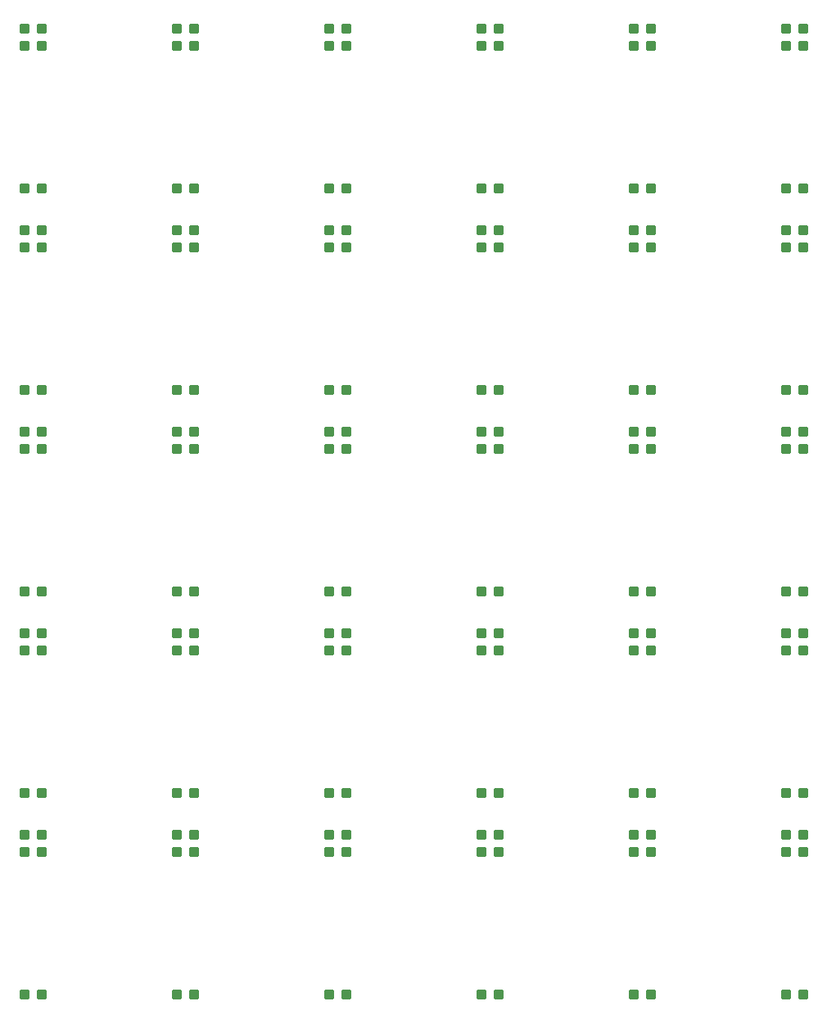
<source format=gbp>
G04 EAGLE Gerber RS-274X export*
G75*
%MOMM*%
%FSLAX34Y34*%
%LPD*%
%INSolderpaste Bottom*%
%IPPOS*%
%AMOC8*
5,1,8,0,0,1.08239X$1,22.5*%
G01*
%ADD10C,0.300000*%


D10*
X63930Y9200D02*
X63930Y16200D01*
X70930Y16200D01*
X70930Y9200D01*
X63930Y9200D01*
X63930Y12050D02*
X70930Y12050D01*
X70930Y14900D02*
X63930Y14900D01*
X81470Y16200D02*
X81470Y9200D01*
X81470Y16200D02*
X88470Y16200D01*
X88470Y9200D01*
X81470Y9200D01*
X81470Y12050D02*
X88470Y12050D01*
X88470Y14900D02*
X81470Y14900D01*
X63930Y174300D02*
X63930Y181300D01*
X70930Y181300D01*
X70930Y174300D01*
X63930Y174300D01*
X63930Y177150D02*
X70930Y177150D01*
X70930Y180000D02*
X63930Y180000D01*
X81470Y181300D02*
X81470Y174300D01*
X81470Y181300D02*
X88470Y181300D01*
X88470Y174300D01*
X81470Y174300D01*
X81470Y177150D02*
X88470Y177150D01*
X88470Y180000D02*
X81470Y180000D01*
X63930Y163520D02*
X63930Y156520D01*
X63930Y163520D02*
X70930Y163520D01*
X70930Y156520D01*
X63930Y156520D01*
X63930Y159370D02*
X70930Y159370D01*
X70930Y162220D02*
X63930Y162220D01*
X81470Y163520D02*
X81470Y156520D01*
X81470Y163520D02*
X88470Y163520D01*
X88470Y156520D01*
X81470Y156520D01*
X81470Y159370D02*
X88470Y159370D01*
X88470Y162220D02*
X81470Y162220D01*
X221410Y16200D02*
X221410Y9200D01*
X221410Y16200D02*
X228410Y16200D01*
X228410Y9200D01*
X221410Y9200D01*
X221410Y12050D02*
X228410Y12050D01*
X228410Y14900D02*
X221410Y14900D01*
X238950Y16200D02*
X238950Y9200D01*
X238950Y16200D02*
X245950Y16200D01*
X245950Y9200D01*
X238950Y9200D01*
X238950Y12050D02*
X245950Y12050D01*
X245950Y14900D02*
X238950Y14900D01*
X221410Y174300D02*
X221410Y181300D01*
X228410Y181300D01*
X228410Y174300D01*
X221410Y174300D01*
X221410Y177150D02*
X228410Y177150D01*
X228410Y180000D02*
X221410Y180000D01*
X238950Y181300D02*
X238950Y174300D01*
X238950Y181300D02*
X245950Y181300D01*
X245950Y174300D01*
X238950Y174300D01*
X238950Y177150D02*
X245950Y177150D01*
X245950Y180000D02*
X238950Y180000D01*
X221410Y163520D02*
X221410Y156520D01*
X221410Y163520D02*
X228410Y163520D01*
X228410Y156520D01*
X221410Y156520D01*
X221410Y159370D02*
X228410Y159370D01*
X228410Y162220D02*
X221410Y162220D01*
X238950Y163520D02*
X238950Y156520D01*
X238950Y163520D02*
X245950Y163520D01*
X245950Y156520D01*
X238950Y156520D01*
X238950Y159370D02*
X245950Y159370D01*
X245950Y162220D02*
X238950Y162220D01*
X378890Y16200D02*
X378890Y9200D01*
X378890Y16200D02*
X385890Y16200D01*
X385890Y9200D01*
X378890Y9200D01*
X378890Y12050D02*
X385890Y12050D01*
X385890Y14900D02*
X378890Y14900D01*
X396430Y16200D02*
X396430Y9200D01*
X396430Y16200D02*
X403430Y16200D01*
X403430Y9200D01*
X396430Y9200D01*
X396430Y12050D02*
X403430Y12050D01*
X403430Y14900D02*
X396430Y14900D01*
X378890Y174300D02*
X378890Y181300D01*
X385890Y181300D01*
X385890Y174300D01*
X378890Y174300D01*
X378890Y177150D02*
X385890Y177150D01*
X385890Y180000D02*
X378890Y180000D01*
X396430Y181300D02*
X396430Y174300D01*
X396430Y181300D02*
X403430Y181300D01*
X403430Y174300D01*
X396430Y174300D01*
X396430Y177150D02*
X403430Y177150D01*
X403430Y180000D02*
X396430Y180000D01*
X378890Y163520D02*
X378890Y156520D01*
X378890Y163520D02*
X385890Y163520D01*
X385890Y156520D01*
X378890Y156520D01*
X378890Y159370D02*
X385890Y159370D01*
X385890Y162220D02*
X378890Y162220D01*
X396430Y163520D02*
X396430Y156520D01*
X396430Y163520D02*
X403430Y163520D01*
X403430Y156520D01*
X396430Y156520D01*
X396430Y159370D02*
X403430Y159370D01*
X403430Y162220D02*
X396430Y162220D01*
X536370Y16200D02*
X536370Y9200D01*
X536370Y16200D02*
X543370Y16200D01*
X543370Y9200D01*
X536370Y9200D01*
X536370Y12050D02*
X543370Y12050D01*
X543370Y14900D02*
X536370Y14900D01*
X553910Y16200D02*
X553910Y9200D01*
X553910Y16200D02*
X560910Y16200D01*
X560910Y9200D01*
X553910Y9200D01*
X553910Y12050D02*
X560910Y12050D01*
X560910Y14900D02*
X553910Y14900D01*
X536370Y174300D02*
X536370Y181300D01*
X543370Y181300D01*
X543370Y174300D01*
X536370Y174300D01*
X536370Y177150D02*
X543370Y177150D01*
X543370Y180000D02*
X536370Y180000D01*
X553910Y181300D02*
X553910Y174300D01*
X553910Y181300D02*
X560910Y181300D01*
X560910Y174300D01*
X553910Y174300D01*
X553910Y177150D02*
X560910Y177150D01*
X560910Y180000D02*
X553910Y180000D01*
X536370Y163520D02*
X536370Y156520D01*
X536370Y163520D02*
X543370Y163520D01*
X543370Y156520D01*
X536370Y156520D01*
X536370Y159370D02*
X543370Y159370D01*
X543370Y162220D02*
X536370Y162220D01*
X553910Y163520D02*
X553910Y156520D01*
X553910Y163520D02*
X560910Y163520D01*
X560910Y156520D01*
X553910Y156520D01*
X553910Y159370D02*
X560910Y159370D01*
X560910Y162220D02*
X553910Y162220D01*
X693850Y16200D02*
X693850Y9200D01*
X693850Y16200D02*
X700850Y16200D01*
X700850Y9200D01*
X693850Y9200D01*
X693850Y12050D02*
X700850Y12050D01*
X700850Y14900D02*
X693850Y14900D01*
X711390Y16200D02*
X711390Y9200D01*
X711390Y16200D02*
X718390Y16200D01*
X718390Y9200D01*
X711390Y9200D01*
X711390Y12050D02*
X718390Y12050D01*
X718390Y14900D02*
X711390Y14900D01*
X693850Y174300D02*
X693850Y181300D01*
X700850Y181300D01*
X700850Y174300D01*
X693850Y174300D01*
X693850Y177150D02*
X700850Y177150D01*
X700850Y180000D02*
X693850Y180000D01*
X711390Y181300D02*
X711390Y174300D01*
X711390Y181300D02*
X718390Y181300D01*
X718390Y174300D01*
X711390Y174300D01*
X711390Y177150D02*
X718390Y177150D01*
X718390Y180000D02*
X711390Y180000D01*
X693850Y163520D02*
X693850Y156520D01*
X693850Y163520D02*
X700850Y163520D01*
X700850Y156520D01*
X693850Y156520D01*
X693850Y159370D02*
X700850Y159370D01*
X700850Y162220D02*
X693850Y162220D01*
X711390Y163520D02*
X711390Y156520D01*
X711390Y163520D02*
X718390Y163520D01*
X718390Y156520D01*
X711390Y156520D01*
X711390Y159370D02*
X718390Y159370D01*
X718390Y162220D02*
X711390Y162220D01*
X851330Y16200D02*
X851330Y9200D01*
X851330Y16200D02*
X858330Y16200D01*
X858330Y9200D01*
X851330Y9200D01*
X851330Y12050D02*
X858330Y12050D01*
X858330Y14900D02*
X851330Y14900D01*
X868870Y16200D02*
X868870Y9200D01*
X868870Y16200D02*
X875870Y16200D01*
X875870Y9200D01*
X868870Y9200D01*
X868870Y12050D02*
X875870Y12050D01*
X875870Y14900D02*
X868870Y14900D01*
X851330Y174300D02*
X851330Y181300D01*
X858330Y181300D01*
X858330Y174300D01*
X851330Y174300D01*
X851330Y177150D02*
X858330Y177150D01*
X858330Y180000D02*
X851330Y180000D01*
X868870Y181300D02*
X868870Y174300D01*
X868870Y181300D02*
X875870Y181300D01*
X875870Y174300D01*
X868870Y174300D01*
X868870Y177150D02*
X875870Y177150D01*
X875870Y180000D02*
X868870Y180000D01*
X851330Y163520D02*
X851330Y156520D01*
X851330Y163520D02*
X858330Y163520D01*
X858330Y156520D01*
X851330Y156520D01*
X851330Y159370D02*
X858330Y159370D01*
X858330Y162220D02*
X851330Y162220D01*
X868870Y163520D02*
X868870Y156520D01*
X868870Y163520D02*
X875870Y163520D01*
X875870Y156520D01*
X868870Y156520D01*
X868870Y159370D02*
X875870Y159370D01*
X875870Y162220D02*
X868870Y162220D01*
X63930Y217480D02*
X63930Y224480D01*
X70930Y224480D01*
X70930Y217480D01*
X63930Y217480D01*
X63930Y220330D02*
X70930Y220330D01*
X70930Y223180D02*
X63930Y223180D01*
X81470Y224480D02*
X81470Y217480D01*
X81470Y224480D02*
X88470Y224480D01*
X88470Y217480D01*
X81470Y217480D01*
X81470Y220330D02*
X88470Y220330D01*
X88470Y223180D02*
X81470Y223180D01*
X63930Y382580D02*
X63930Y389580D01*
X70930Y389580D01*
X70930Y382580D01*
X63930Y382580D01*
X63930Y385430D02*
X70930Y385430D01*
X70930Y388280D02*
X63930Y388280D01*
X81470Y389580D02*
X81470Y382580D01*
X81470Y389580D02*
X88470Y389580D01*
X88470Y382580D01*
X81470Y382580D01*
X81470Y385430D02*
X88470Y385430D01*
X88470Y388280D02*
X81470Y388280D01*
X63930Y371800D02*
X63930Y364800D01*
X63930Y371800D02*
X70930Y371800D01*
X70930Y364800D01*
X63930Y364800D01*
X63930Y367650D02*
X70930Y367650D01*
X70930Y370500D02*
X63930Y370500D01*
X81470Y371800D02*
X81470Y364800D01*
X81470Y371800D02*
X88470Y371800D01*
X88470Y364800D01*
X81470Y364800D01*
X81470Y367650D02*
X88470Y367650D01*
X88470Y370500D02*
X81470Y370500D01*
X221410Y224480D02*
X221410Y217480D01*
X221410Y224480D02*
X228410Y224480D01*
X228410Y217480D01*
X221410Y217480D01*
X221410Y220330D02*
X228410Y220330D01*
X228410Y223180D02*
X221410Y223180D01*
X238950Y224480D02*
X238950Y217480D01*
X238950Y224480D02*
X245950Y224480D01*
X245950Y217480D01*
X238950Y217480D01*
X238950Y220330D02*
X245950Y220330D01*
X245950Y223180D02*
X238950Y223180D01*
X221410Y382580D02*
X221410Y389580D01*
X228410Y389580D01*
X228410Y382580D01*
X221410Y382580D01*
X221410Y385430D02*
X228410Y385430D01*
X228410Y388280D02*
X221410Y388280D01*
X238950Y389580D02*
X238950Y382580D01*
X238950Y389580D02*
X245950Y389580D01*
X245950Y382580D01*
X238950Y382580D01*
X238950Y385430D02*
X245950Y385430D01*
X245950Y388280D02*
X238950Y388280D01*
X221410Y371800D02*
X221410Y364800D01*
X221410Y371800D02*
X228410Y371800D01*
X228410Y364800D01*
X221410Y364800D01*
X221410Y367650D02*
X228410Y367650D01*
X228410Y370500D02*
X221410Y370500D01*
X238950Y371800D02*
X238950Y364800D01*
X238950Y371800D02*
X245950Y371800D01*
X245950Y364800D01*
X238950Y364800D01*
X238950Y367650D02*
X245950Y367650D01*
X245950Y370500D02*
X238950Y370500D01*
X378890Y224480D02*
X378890Y217480D01*
X378890Y224480D02*
X385890Y224480D01*
X385890Y217480D01*
X378890Y217480D01*
X378890Y220330D02*
X385890Y220330D01*
X385890Y223180D02*
X378890Y223180D01*
X396430Y224480D02*
X396430Y217480D01*
X396430Y224480D02*
X403430Y224480D01*
X403430Y217480D01*
X396430Y217480D01*
X396430Y220330D02*
X403430Y220330D01*
X403430Y223180D02*
X396430Y223180D01*
X378890Y382580D02*
X378890Y389580D01*
X385890Y389580D01*
X385890Y382580D01*
X378890Y382580D01*
X378890Y385430D02*
X385890Y385430D01*
X385890Y388280D02*
X378890Y388280D01*
X396430Y389580D02*
X396430Y382580D01*
X396430Y389580D02*
X403430Y389580D01*
X403430Y382580D01*
X396430Y382580D01*
X396430Y385430D02*
X403430Y385430D01*
X403430Y388280D02*
X396430Y388280D01*
X378890Y371800D02*
X378890Y364800D01*
X378890Y371800D02*
X385890Y371800D01*
X385890Y364800D01*
X378890Y364800D01*
X378890Y367650D02*
X385890Y367650D01*
X385890Y370500D02*
X378890Y370500D01*
X396430Y371800D02*
X396430Y364800D01*
X396430Y371800D02*
X403430Y371800D01*
X403430Y364800D01*
X396430Y364800D01*
X396430Y367650D02*
X403430Y367650D01*
X403430Y370500D02*
X396430Y370500D01*
X536370Y224480D02*
X536370Y217480D01*
X536370Y224480D02*
X543370Y224480D01*
X543370Y217480D01*
X536370Y217480D01*
X536370Y220330D02*
X543370Y220330D01*
X543370Y223180D02*
X536370Y223180D01*
X553910Y224480D02*
X553910Y217480D01*
X553910Y224480D02*
X560910Y224480D01*
X560910Y217480D01*
X553910Y217480D01*
X553910Y220330D02*
X560910Y220330D01*
X560910Y223180D02*
X553910Y223180D01*
X536370Y382580D02*
X536370Y389580D01*
X543370Y389580D01*
X543370Y382580D01*
X536370Y382580D01*
X536370Y385430D02*
X543370Y385430D01*
X543370Y388280D02*
X536370Y388280D01*
X553910Y389580D02*
X553910Y382580D01*
X553910Y389580D02*
X560910Y389580D01*
X560910Y382580D01*
X553910Y382580D01*
X553910Y385430D02*
X560910Y385430D01*
X560910Y388280D02*
X553910Y388280D01*
X536370Y371800D02*
X536370Y364800D01*
X536370Y371800D02*
X543370Y371800D01*
X543370Y364800D01*
X536370Y364800D01*
X536370Y367650D02*
X543370Y367650D01*
X543370Y370500D02*
X536370Y370500D01*
X553910Y371800D02*
X553910Y364800D01*
X553910Y371800D02*
X560910Y371800D01*
X560910Y364800D01*
X553910Y364800D01*
X553910Y367650D02*
X560910Y367650D01*
X560910Y370500D02*
X553910Y370500D01*
X693850Y224480D02*
X693850Y217480D01*
X693850Y224480D02*
X700850Y224480D01*
X700850Y217480D01*
X693850Y217480D01*
X693850Y220330D02*
X700850Y220330D01*
X700850Y223180D02*
X693850Y223180D01*
X711390Y224480D02*
X711390Y217480D01*
X711390Y224480D02*
X718390Y224480D01*
X718390Y217480D01*
X711390Y217480D01*
X711390Y220330D02*
X718390Y220330D01*
X718390Y223180D02*
X711390Y223180D01*
X693850Y382580D02*
X693850Y389580D01*
X700850Y389580D01*
X700850Y382580D01*
X693850Y382580D01*
X693850Y385430D02*
X700850Y385430D01*
X700850Y388280D02*
X693850Y388280D01*
X711390Y389580D02*
X711390Y382580D01*
X711390Y389580D02*
X718390Y389580D01*
X718390Y382580D01*
X711390Y382580D01*
X711390Y385430D02*
X718390Y385430D01*
X718390Y388280D02*
X711390Y388280D01*
X693850Y371800D02*
X693850Y364800D01*
X693850Y371800D02*
X700850Y371800D01*
X700850Y364800D01*
X693850Y364800D01*
X693850Y367650D02*
X700850Y367650D01*
X700850Y370500D02*
X693850Y370500D01*
X711390Y371800D02*
X711390Y364800D01*
X711390Y371800D02*
X718390Y371800D01*
X718390Y364800D01*
X711390Y364800D01*
X711390Y367650D02*
X718390Y367650D01*
X718390Y370500D02*
X711390Y370500D01*
X851330Y224480D02*
X851330Y217480D01*
X851330Y224480D02*
X858330Y224480D01*
X858330Y217480D01*
X851330Y217480D01*
X851330Y220330D02*
X858330Y220330D01*
X858330Y223180D02*
X851330Y223180D01*
X868870Y224480D02*
X868870Y217480D01*
X868870Y224480D02*
X875870Y224480D01*
X875870Y217480D01*
X868870Y217480D01*
X868870Y220330D02*
X875870Y220330D01*
X875870Y223180D02*
X868870Y223180D01*
X851330Y382580D02*
X851330Y389580D01*
X858330Y389580D01*
X858330Y382580D01*
X851330Y382580D01*
X851330Y385430D02*
X858330Y385430D01*
X858330Y388280D02*
X851330Y388280D01*
X868870Y389580D02*
X868870Y382580D01*
X868870Y389580D02*
X875870Y389580D01*
X875870Y382580D01*
X868870Y382580D01*
X868870Y385430D02*
X875870Y385430D01*
X875870Y388280D02*
X868870Y388280D01*
X851330Y371800D02*
X851330Y364800D01*
X851330Y371800D02*
X858330Y371800D01*
X858330Y364800D01*
X851330Y364800D01*
X851330Y367650D02*
X858330Y367650D01*
X858330Y370500D02*
X851330Y370500D01*
X868870Y371800D02*
X868870Y364800D01*
X868870Y371800D02*
X875870Y371800D01*
X875870Y364800D01*
X868870Y364800D01*
X868870Y367650D02*
X875870Y367650D01*
X875870Y370500D02*
X868870Y370500D01*
X63930Y425760D02*
X63930Y432760D01*
X70930Y432760D01*
X70930Y425760D01*
X63930Y425760D01*
X63930Y428610D02*
X70930Y428610D01*
X70930Y431460D02*
X63930Y431460D01*
X81470Y432760D02*
X81470Y425760D01*
X81470Y432760D02*
X88470Y432760D01*
X88470Y425760D01*
X81470Y425760D01*
X81470Y428610D02*
X88470Y428610D01*
X88470Y431460D02*
X81470Y431460D01*
X63930Y590860D02*
X63930Y597860D01*
X70930Y597860D01*
X70930Y590860D01*
X63930Y590860D01*
X63930Y593710D02*
X70930Y593710D01*
X70930Y596560D02*
X63930Y596560D01*
X81470Y597860D02*
X81470Y590860D01*
X81470Y597860D02*
X88470Y597860D01*
X88470Y590860D01*
X81470Y590860D01*
X81470Y593710D02*
X88470Y593710D01*
X88470Y596560D02*
X81470Y596560D01*
X63930Y580080D02*
X63930Y573080D01*
X63930Y580080D02*
X70930Y580080D01*
X70930Y573080D01*
X63930Y573080D01*
X63930Y575930D02*
X70930Y575930D01*
X70930Y578780D02*
X63930Y578780D01*
X81470Y580080D02*
X81470Y573080D01*
X81470Y580080D02*
X88470Y580080D01*
X88470Y573080D01*
X81470Y573080D01*
X81470Y575930D02*
X88470Y575930D01*
X88470Y578780D02*
X81470Y578780D01*
X221410Y432760D02*
X221410Y425760D01*
X221410Y432760D02*
X228410Y432760D01*
X228410Y425760D01*
X221410Y425760D01*
X221410Y428610D02*
X228410Y428610D01*
X228410Y431460D02*
X221410Y431460D01*
X238950Y432760D02*
X238950Y425760D01*
X238950Y432760D02*
X245950Y432760D01*
X245950Y425760D01*
X238950Y425760D01*
X238950Y428610D02*
X245950Y428610D01*
X245950Y431460D02*
X238950Y431460D01*
X221410Y590860D02*
X221410Y597860D01*
X228410Y597860D01*
X228410Y590860D01*
X221410Y590860D01*
X221410Y593710D02*
X228410Y593710D01*
X228410Y596560D02*
X221410Y596560D01*
X238950Y597860D02*
X238950Y590860D01*
X238950Y597860D02*
X245950Y597860D01*
X245950Y590860D01*
X238950Y590860D01*
X238950Y593710D02*
X245950Y593710D01*
X245950Y596560D02*
X238950Y596560D01*
X221410Y580080D02*
X221410Y573080D01*
X221410Y580080D02*
X228410Y580080D01*
X228410Y573080D01*
X221410Y573080D01*
X221410Y575930D02*
X228410Y575930D01*
X228410Y578780D02*
X221410Y578780D01*
X238950Y580080D02*
X238950Y573080D01*
X238950Y580080D02*
X245950Y580080D01*
X245950Y573080D01*
X238950Y573080D01*
X238950Y575930D02*
X245950Y575930D01*
X245950Y578780D02*
X238950Y578780D01*
X378890Y432760D02*
X378890Y425760D01*
X378890Y432760D02*
X385890Y432760D01*
X385890Y425760D01*
X378890Y425760D01*
X378890Y428610D02*
X385890Y428610D01*
X385890Y431460D02*
X378890Y431460D01*
X396430Y432760D02*
X396430Y425760D01*
X396430Y432760D02*
X403430Y432760D01*
X403430Y425760D01*
X396430Y425760D01*
X396430Y428610D02*
X403430Y428610D01*
X403430Y431460D02*
X396430Y431460D01*
X378890Y590860D02*
X378890Y597860D01*
X385890Y597860D01*
X385890Y590860D01*
X378890Y590860D01*
X378890Y593710D02*
X385890Y593710D01*
X385890Y596560D02*
X378890Y596560D01*
X396430Y597860D02*
X396430Y590860D01*
X396430Y597860D02*
X403430Y597860D01*
X403430Y590860D01*
X396430Y590860D01*
X396430Y593710D02*
X403430Y593710D01*
X403430Y596560D02*
X396430Y596560D01*
X378890Y580080D02*
X378890Y573080D01*
X378890Y580080D02*
X385890Y580080D01*
X385890Y573080D01*
X378890Y573080D01*
X378890Y575930D02*
X385890Y575930D01*
X385890Y578780D02*
X378890Y578780D01*
X396430Y580080D02*
X396430Y573080D01*
X396430Y580080D02*
X403430Y580080D01*
X403430Y573080D01*
X396430Y573080D01*
X396430Y575930D02*
X403430Y575930D01*
X403430Y578780D02*
X396430Y578780D01*
X536370Y432760D02*
X536370Y425760D01*
X536370Y432760D02*
X543370Y432760D01*
X543370Y425760D01*
X536370Y425760D01*
X536370Y428610D02*
X543370Y428610D01*
X543370Y431460D02*
X536370Y431460D01*
X553910Y432760D02*
X553910Y425760D01*
X553910Y432760D02*
X560910Y432760D01*
X560910Y425760D01*
X553910Y425760D01*
X553910Y428610D02*
X560910Y428610D01*
X560910Y431460D02*
X553910Y431460D01*
X536370Y590860D02*
X536370Y597860D01*
X543370Y597860D01*
X543370Y590860D01*
X536370Y590860D01*
X536370Y593710D02*
X543370Y593710D01*
X543370Y596560D02*
X536370Y596560D01*
X553910Y597860D02*
X553910Y590860D01*
X553910Y597860D02*
X560910Y597860D01*
X560910Y590860D01*
X553910Y590860D01*
X553910Y593710D02*
X560910Y593710D01*
X560910Y596560D02*
X553910Y596560D01*
X536370Y580080D02*
X536370Y573080D01*
X536370Y580080D02*
X543370Y580080D01*
X543370Y573080D01*
X536370Y573080D01*
X536370Y575930D02*
X543370Y575930D01*
X543370Y578780D02*
X536370Y578780D01*
X553910Y580080D02*
X553910Y573080D01*
X553910Y580080D02*
X560910Y580080D01*
X560910Y573080D01*
X553910Y573080D01*
X553910Y575930D02*
X560910Y575930D01*
X560910Y578780D02*
X553910Y578780D01*
X693850Y432760D02*
X693850Y425760D01*
X693850Y432760D02*
X700850Y432760D01*
X700850Y425760D01*
X693850Y425760D01*
X693850Y428610D02*
X700850Y428610D01*
X700850Y431460D02*
X693850Y431460D01*
X711390Y432760D02*
X711390Y425760D01*
X711390Y432760D02*
X718390Y432760D01*
X718390Y425760D01*
X711390Y425760D01*
X711390Y428610D02*
X718390Y428610D01*
X718390Y431460D02*
X711390Y431460D01*
X693850Y590860D02*
X693850Y597860D01*
X700850Y597860D01*
X700850Y590860D01*
X693850Y590860D01*
X693850Y593710D02*
X700850Y593710D01*
X700850Y596560D02*
X693850Y596560D01*
X711390Y597860D02*
X711390Y590860D01*
X711390Y597860D02*
X718390Y597860D01*
X718390Y590860D01*
X711390Y590860D01*
X711390Y593710D02*
X718390Y593710D01*
X718390Y596560D02*
X711390Y596560D01*
X693850Y580080D02*
X693850Y573080D01*
X693850Y580080D02*
X700850Y580080D01*
X700850Y573080D01*
X693850Y573080D01*
X693850Y575930D02*
X700850Y575930D01*
X700850Y578780D02*
X693850Y578780D01*
X711390Y580080D02*
X711390Y573080D01*
X711390Y580080D02*
X718390Y580080D01*
X718390Y573080D01*
X711390Y573080D01*
X711390Y575930D02*
X718390Y575930D01*
X718390Y578780D02*
X711390Y578780D01*
X851330Y432760D02*
X851330Y425760D01*
X851330Y432760D02*
X858330Y432760D01*
X858330Y425760D01*
X851330Y425760D01*
X851330Y428610D02*
X858330Y428610D01*
X858330Y431460D02*
X851330Y431460D01*
X868870Y432760D02*
X868870Y425760D01*
X868870Y432760D02*
X875870Y432760D01*
X875870Y425760D01*
X868870Y425760D01*
X868870Y428610D02*
X875870Y428610D01*
X875870Y431460D02*
X868870Y431460D01*
X851330Y590860D02*
X851330Y597860D01*
X858330Y597860D01*
X858330Y590860D01*
X851330Y590860D01*
X851330Y593710D02*
X858330Y593710D01*
X858330Y596560D02*
X851330Y596560D01*
X868870Y597860D02*
X868870Y590860D01*
X868870Y597860D02*
X875870Y597860D01*
X875870Y590860D01*
X868870Y590860D01*
X868870Y593710D02*
X875870Y593710D01*
X875870Y596560D02*
X868870Y596560D01*
X851330Y580080D02*
X851330Y573080D01*
X851330Y580080D02*
X858330Y580080D01*
X858330Y573080D01*
X851330Y573080D01*
X851330Y575930D02*
X858330Y575930D01*
X858330Y578780D02*
X851330Y578780D01*
X868870Y580080D02*
X868870Y573080D01*
X868870Y580080D02*
X875870Y580080D01*
X875870Y573080D01*
X868870Y573080D01*
X868870Y575930D02*
X875870Y575930D01*
X875870Y578780D02*
X868870Y578780D01*
X63930Y634040D02*
X63930Y641040D01*
X70930Y641040D01*
X70930Y634040D01*
X63930Y634040D01*
X63930Y636890D02*
X70930Y636890D01*
X70930Y639740D02*
X63930Y639740D01*
X81470Y641040D02*
X81470Y634040D01*
X81470Y641040D02*
X88470Y641040D01*
X88470Y634040D01*
X81470Y634040D01*
X81470Y636890D02*
X88470Y636890D01*
X88470Y639740D02*
X81470Y639740D01*
X63930Y799140D02*
X63930Y806140D01*
X70930Y806140D01*
X70930Y799140D01*
X63930Y799140D01*
X63930Y801990D02*
X70930Y801990D01*
X70930Y804840D02*
X63930Y804840D01*
X81470Y806140D02*
X81470Y799140D01*
X81470Y806140D02*
X88470Y806140D01*
X88470Y799140D01*
X81470Y799140D01*
X81470Y801990D02*
X88470Y801990D01*
X88470Y804840D02*
X81470Y804840D01*
X63930Y788360D02*
X63930Y781360D01*
X63930Y788360D02*
X70930Y788360D01*
X70930Y781360D01*
X63930Y781360D01*
X63930Y784210D02*
X70930Y784210D01*
X70930Y787060D02*
X63930Y787060D01*
X81470Y788360D02*
X81470Y781360D01*
X81470Y788360D02*
X88470Y788360D01*
X88470Y781360D01*
X81470Y781360D01*
X81470Y784210D02*
X88470Y784210D01*
X88470Y787060D02*
X81470Y787060D01*
X221410Y641040D02*
X221410Y634040D01*
X221410Y641040D02*
X228410Y641040D01*
X228410Y634040D01*
X221410Y634040D01*
X221410Y636890D02*
X228410Y636890D01*
X228410Y639740D02*
X221410Y639740D01*
X238950Y641040D02*
X238950Y634040D01*
X238950Y641040D02*
X245950Y641040D01*
X245950Y634040D01*
X238950Y634040D01*
X238950Y636890D02*
X245950Y636890D01*
X245950Y639740D02*
X238950Y639740D01*
X221410Y799140D02*
X221410Y806140D01*
X228410Y806140D01*
X228410Y799140D01*
X221410Y799140D01*
X221410Y801990D02*
X228410Y801990D01*
X228410Y804840D02*
X221410Y804840D01*
X238950Y806140D02*
X238950Y799140D01*
X238950Y806140D02*
X245950Y806140D01*
X245950Y799140D01*
X238950Y799140D01*
X238950Y801990D02*
X245950Y801990D01*
X245950Y804840D02*
X238950Y804840D01*
X221410Y788360D02*
X221410Y781360D01*
X221410Y788360D02*
X228410Y788360D01*
X228410Y781360D01*
X221410Y781360D01*
X221410Y784210D02*
X228410Y784210D01*
X228410Y787060D02*
X221410Y787060D01*
X238950Y788360D02*
X238950Y781360D01*
X238950Y788360D02*
X245950Y788360D01*
X245950Y781360D01*
X238950Y781360D01*
X238950Y784210D02*
X245950Y784210D01*
X245950Y787060D02*
X238950Y787060D01*
X378890Y641040D02*
X378890Y634040D01*
X378890Y641040D02*
X385890Y641040D01*
X385890Y634040D01*
X378890Y634040D01*
X378890Y636890D02*
X385890Y636890D01*
X385890Y639740D02*
X378890Y639740D01*
X396430Y641040D02*
X396430Y634040D01*
X396430Y641040D02*
X403430Y641040D01*
X403430Y634040D01*
X396430Y634040D01*
X396430Y636890D02*
X403430Y636890D01*
X403430Y639740D02*
X396430Y639740D01*
X378890Y799140D02*
X378890Y806140D01*
X385890Y806140D01*
X385890Y799140D01*
X378890Y799140D01*
X378890Y801990D02*
X385890Y801990D01*
X385890Y804840D02*
X378890Y804840D01*
X396430Y806140D02*
X396430Y799140D01*
X396430Y806140D02*
X403430Y806140D01*
X403430Y799140D01*
X396430Y799140D01*
X396430Y801990D02*
X403430Y801990D01*
X403430Y804840D02*
X396430Y804840D01*
X378890Y788360D02*
X378890Y781360D01*
X378890Y788360D02*
X385890Y788360D01*
X385890Y781360D01*
X378890Y781360D01*
X378890Y784210D02*
X385890Y784210D01*
X385890Y787060D02*
X378890Y787060D01*
X396430Y788360D02*
X396430Y781360D01*
X396430Y788360D02*
X403430Y788360D01*
X403430Y781360D01*
X396430Y781360D01*
X396430Y784210D02*
X403430Y784210D01*
X403430Y787060D02*
X396430Y787060D01*
X536370Y641040D02*
X536370Y634040D01*
X536370Y641040D02*
X543370Y641040D01*
X543370Y634040D01*
X536370Y634040D01*
X536370Y636890D02*
X543370Y636890D01*
X543370Y639740D02*
X536370Y639740D01*
X553910Y641040D02*
X553910Y634040D01*
X553910Y641040D02*
X560910Y641040D01*
X560910Y634040D01*
X553910Y634040D01*
X553910Y636890D02*
X560910Y636890D01*
X560910Y639740D02*
X553910Y639740D01*
X536370Y799140D02*
X536370Y806140D01*
X543370Y806140D01*
X543370Y799140D01*
X536370Y799140D01*
X536370Y801990D02*
X543370Y801990D01*
X543370Y804840D02*
X536370Y804840D01*
X553910Y806140D02*
X553910Y799140D01*
X553910Y806140D02*
X560910Y806140D01*
X560910Y799140D01*
X553910Y799140D01*
X553910Y801990D02*
X560910Y801990D01*
X560910Y804840D02*
X553910Y804840D01*
X536370Y788360D02*
X536370Y781360D01*
X536370Y788360D02*
X543370Y788360D01*
X543370Y781360D01*
X536370Y781360D01*
X536370Y784210D02*
X543370Y784210D01*
X543370Y787060D02*
X536370Y787060D01*
X553910Y788360D02*
X553910Y781360D01*
X553910Y788360D02*
X560910Y788360D01*
X560910Y781360D01*
X553910Y781360D01*
X553910Y784210D02*
X560910Y784210D01*
X560910Y787060D02*
X553910Y787060D01*
X693850Y641040D02*
X693850Y634040D01*
X693850Y641040D02*
X700850Y641040D01*
X700850Y634040D01*
X693850Y634040D01*
X693850Y636890D02*
X700850Y636890D01*
X700850Y639740D02*
X693850Y639740D01*
X711390Y641040D02*
X711390Y634040D01*
X711390Y641040D02*
X718390Y641040D01*
X718390Y634040D01*
X711390Y634040D01*
X711390Y636890D02*
X718390Y636890D01*
X718390Y639740D02*
X711390Y639740D01*
X693850Y799140D02*
X693850Y806140D01*
X700850Y806140D01*
X700850Y799140D01*
X693850Y799140D01*
X693850Y801990D02*
X700850Y801990D01*
X700850Y804840D02*
X693850Y804840D01*
X711390Y806140D02*
X711390Y799140D01*
X711390Y806140D02*
X718390Y806140D01*
X718390Y799140D01*
X711390Y799140D01*
X711390Y801990D02*
X718390Y801990D01*
X718390Y804840D02*
X711390Y804840D01*
X693850Y788360D02*
X693850Y781360D01*
X693850Y788360D02*
X700850Y788360D01*
X700850Y781360D01*
X693850Y781360D01*
X693850Y784210D02*
X700850Y784210D01*
X700850Y787060D02*
X693850Y787060D01*
X711390Y788360D02*
X711390Y781360D01*
X711390Y788360D02*
X718390Y788360D01*
X718390Y781360D01*
X711390Y781360D01*
X711390Y784210D02*
X718390Y784210D01*
X718390Y787060D02*
X711390Y787060D01*
X851330Y641040D02*
X851330Y634040D01*
X851330Y641040D02*
X858330Y641040D01*
X858330Y634040D01*
X851330Y634040D01*
X851330Y636890D02*
X858330Y636890D01*
X858330Y639740D02*
X851330Y639740D01*
X868870Y641040D02*
X868870Y634040D01*
X868870Y641040D02*
X875870Y641040D01*
X875870Y634040D01*
X868870Y634040D01*
X868870Y636890D02*
X875870Y636890D01*
X875870Y639740D02*
X868870Y639740D01*
X851330Y799140D02*
X851330Y806140D01*
X858330Y806140D01*
X858330Y799140D01*
X851330Y799140D01*
X851330Y801990D02*
X858330Y801990D01*
X858330Y804840D02*
X851330Y804840D01*
X868870Y806140D02*
X868870Y799140D01*
X868870Y806140D02*
X875870Y806140D01*
X875870Y799140D01*
X868870Y799140D01*
X868870Y801990D02*
X875870Y801990D01*
X875870Y804840D02*
X868870Y804840D01*
X851330Y788360D02*
X851330Y781360D01*
X851330Y788360D02*
X858330Y788360D01*
X858330Y781360D01*
X851330Y781360D01*
X851330Y784210D02*
X858330Y784210D01*
X858330Y787060D02*
X851330Y787060D01*
X868870Y788360D02*
X868870Y781360D01*
X868870Y788360D02*
X875870Y788360D01*
X875870Y781360D01*
X868870Y781360D01*
X868870Y784210D02*
X875870Y784210D01*
X875870Y787060D02*
X868870Y787060D01*
X63930Y842320D02*
X63930Y849320D01*
X70930Y849320D01*
X70930Y842320D01*
X63930Y842320D01*
X63930Y845170D02*
X70930Y845170D01*
X70930Y848020D02*
X63930Y848020D01*
X81470Y849320D02*
X81470Y842320D01*
X81470Y849320D02*
X88470Y849320D01*
X88470Y842320D01*
X81470Y842320D01*
X81470Y845170D02*
X88470Y845170D01*
X88470Y848020D02*
X81470Y848020D01*
X63930Y1007420D02*
X63930Y1014420D01*
X70930Y1014420D01*
X70930Y1007420D01*
X63930Y1007420D01*
X63930Y1010270D02*
X70930Y1010270D01*
X70930Y1013120D02*
X63930Y1013120D01*
X81470Y1014420D02*
X81470Y1007420D01*
X81470Y1014420D02*
X88470Y1014420D01*
X88470Y1007420D01*
X81470Y1007420D01*
X81470Y1010270D02*
X88470Y1010270D01*
X88470Y1013120D02*
X81470Y1013120D01*
X63930Y996640D02*
X63930Y989640D01*
X63930Y996640D02*
X70930Y996640D01*
X70930Y989640D01*
X63930Y989640D01*
X63930Y992490D02*
X70930Y992490D01*
X70930Y995340D02*
X63930Y995340D01*
X81470Y996640D02*
X81470Y989640D01*
X81470Y996640D02*
X88470Y996640D01*
X88470Y989640D01*
X81470Y989640D01*
X81470Y992490D02*
X88470Y992490D01*
X88470Y995340D02*
X81470Y995340D01*
X221410Y849320D02*
X221410Y842320D01*
X221410Y849320D02*
X228410Y849320D01*
X228410Y842320D01*
X221410Y842320D01*
X221410Y845170D02*
X228410Y845170D01*
X228410Y848020D02*
X221410Y848020D01*
X238950Y849320D02*
X238950Y842320D01*
X238950Y849320D02*
X245950Y849320D01*
X245950Y842320D01*
X238950Y842320D01*
X238950Y845170D02*
X245950Y845170D01*
X245950Y848020D02*
X238950Y848020D01*
X221410Y1007420D02*
X221410Y1014420D01*
X228410Y1014420D01*
X228410Y1007420D01*
X221410Y1007420D01*
X221410Y1010270D02*
X228410Y1010270D01*
X228410Y1013120D02*
X221410Y1013120D01*
X238950Y1014420D02*
X238950Y1007420D01*
X238950Y1014420D02*
X245950Y1014420D01*
X245950Y1007420D01*
X238950Y1007420D01*
X238950Y1010270D02*
X245950Y1010270D01*
X245950Y1013120D02*
X238950Y1013120D01*
X221410Y996640D02*
X221410Y989640D01*
X221410Y996640D02*
X228410Y996640D01*
X228410Y989640D01*
X221410Y989640D01*
X221410Y992490D02*
X228410Y992490D01*
X228410Y995340D02*
X221410Y995340D01*
X238950Y996640D02*
X238950Y989640D01*
X238950Y996640D02*
X245950Y996640D01*
X245950Y989640D01*
X238950Y989640D01*
X238950Y992490D02*
X245950Y992490D01*
X245950Y995340D02*
X238950Y995340D01*
X378890Y849320D02*
X378890Y842320D01*
X378890Y849320D02*
X385890Y849320D01*
X385890Y842320D01*
X378890Y842320D01*
X378890Y845170D02*
X385890Y845170D01*
X385890Y848020D02*
X378890Y848020D01*
X396430Y849320D02*
X396430Y842320D01*
X396430Y849320D02*
X403430Y849320D01*
X403430Y842320D01*
X396430Y842320D01*
X396430Y845170D02*
X403430Y845170D01*
X403430Y848020D02*
X396430Y848020D01*
X378890Y1007420D02*
X378890Y1014420D01*
X385890Y1014420D01*
X385890Y1007420D01*
X378890Y1007420D01*
X378890Y1010270D02*
X385890Y1010270D01*
X385890Y1013120D02*
X378890Y1013120D01*
X396430Y1014420D02*
X396430Y1007420D01*
X396430Y1014420D02*
X403430Y1014420D01*
X403430Y1007420D01*
X396430Y1007420D01*
X396430Y1010270D02*
X403430Y1010270D01*
X403430Y1013120D02*
X396430Y1013120D01*
X378890Y996640D02*
X378890Y989640D01*
X378890Y996640D02*
X385890Y996640D01*
X385890Y989640D01*
X378890Y989640D01*
X378890Y992490D02*
X385890Y992490D01*
X385890Y995340D02*
X378890Y995340D01*
X396430Y996640D02*
X396430Y989640D01*
X396430Y996640D02*
X403430Y996640D01*
X403430Y989640D01*
X396430Y989640D01*
X396430Y992490D02*
X403430Y992490D01*
X403430Y995340D02*
X396430Y995340D01*
X536370Y849320D02*
X536370Y842320D01*
X536370Y849320D02*
X543370Y849320D01*
X543370Y842320D01*
X536370Y842320D01*
X536370Y845170D02*
X543370Y845170D01*
X543370Y848020D02*
X536370Y848020D01*
X553910Y849320D02*
X553910Y842320D01*
X553910Y849320D02*
X560910Y849320D01*
X560910Y842320D01*
X553910Y842320D01*
X553910Y845170D02*
X560910Y845170D01*
X560910Y848020D02*
X553910Y848020D01*
X536370Y1007420D02*
X536370Y1014420D01*
X543370Y1014420D01*
X543370Y1007420D01*
X536370Y1007420D01*
X536370Y1010270D02*
X543370Y1010270D01*
X543370Y1013120D02*
X536370Y1013120D01*
X553910Y1014420D02*
X553910Y1007420D01*
X553910Y1014420D02*
X560910Y1014420D01*
X560910Y1007420D01*
X553910Y1007420D01*
X553910Y1010270D02*
X560910Y1010270D01*
X560910Y1013120D02*
X553910Y1013120D01*
X536370Y996640D02*
X536370Y989640D01*
X536370Y996640D02*
X543370Y996640D01*
X543370Y989640D01*
X536370Y989640D01*
X536370Y992490D02*
X543370Y992490D01*
X543370Y995340D02*
X536370Y995340D01*
X553910Y996640D02*
X553910Y989640D01*
X553910Y996640D02*
X560910Y996640D01*
X560910Y989640D01*
X553910Y989640D01*
X553910Y992490D02*
X560910Y992490D01*
X560910Y995340D02*
X553910Y995340D01*
X693850Y849320D02*
X693850Y842320D01*
X693850Y849320D02*
X700850Y849320D01*
X700850Y842320D01*
X693850Y842320D01*
X693850Y845170D02*
X700850Y845170D01*
X700850Y848020D02*
X693850Y848020D01*
X711390Y849320D02*
X711390Y842320D01*
X711390Y849320D02*
X718390Y849320D01*
X718390Y842320D01*
X711390Y842320D01*
X711390Y845170D02*
X718390Y845170D01*
X718390Y848020D02*
X711390Y848020D01*
X693850Y1007420D02*
X693850Y1014420D01*
X700850Y1014420D01*
X700850Y1007420D01*
X693850Y1007420D01*
X693850Y1010270D02*
X700850Y1010270D01*
X700850Y1013120D02*
X693850Y1013120D01*
X711390Y1014420D02*
X711390Y1007420D01*
X711390Y1014420D02*
X718390Y1014420D01*
X718390Y1007420D01*
X711390Y1007420D01*
X711390Y1010270D02*
X718390Y1010270D01*
X718390Y1013120D02*
X711390Y1013120D01*
X693850Y996640D02*
X693850Y989640D01*
X693850Y996640D02*
X700850Y996640D01*
X700850Y989640D01*
X693850Y989640D01*
X693850Y992490D02*
X700850Y992490D01*
X700850Y995340D02*
X693850Y995340D01*
X711390Y996640D02*
X711390Y989640D01*
X711390Y996640D02*
X718390Y996640D01*
X718390Y989640D01*
X711390Y989640D01*
X711390Y992490D02*
X718390Y992490D01*
X718390Y995340D02*
X711390Y995340D01*
X851330Y849320D02*
X851330Y842320D01*
X851330Y849320D02*
X858330Y849320D01*
X858330Y842320D01*
X851330Y842320D01*
X851330Y845170D02*
X858330Y845170D01*
X858330Y848020D02*
X851330Y848020D01*
X868870Y849320D02*
X868870Y842320D01*
X868870Y849320D02*
X875870Y849320D01*
X875870Y842320D01*
X868870Y842320D01*
X868870Y845170D02*
X875870Y845170D01*
X875870Y848020D02*
X868870Y848020D01*
X851330Y1007420D02*
X851330Y1014420D01*
X858330Y1014420D01*
X858330Y1007420D01*
X851330Y1007420D01*
X851330Y1010270D02*
X858330Y1010270D01*
X858330Y1013120D02*
X851330Y1013120D01*
X868870Y1014420D02*
X868870Y1007420D01*
X868870Y1014420D02*
X875870Y1014420D01*
X875870Y1007420D01*
X868870Y1007420D01*
X868870Y1010270D02*
X875870Y1010270D01*
X875870Y1013120D02*
X868870Y1013120D01*
X851330Y996640D02*
X851330Y989640D01*
X851330Y996640D02*
X858330Y996640D01*
X858330Y989640D01*
X851330Y989640D01*
X851330Y992490D02*
X858330Y992490D01*
X858330Y995340D02*
X851330Y995340D01*
X868870Y996640D02*
X868870Y989640D01*
X868870Y996640D02*
X875870Y996640D01*
X875870Y989640D01*
X868870Y989640D01*
X868870Y992490D02*
X875870Y992490D01*
X875870Y995340D02*
X868870Y995340D01*
M02*

</source>
